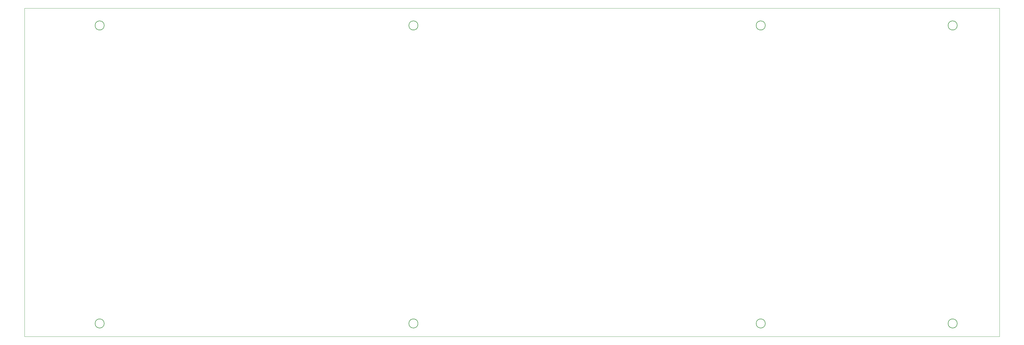
<source format=gbr>
G04 #@! TF.GenerationSoftware,KiCad,Pcbnew,(5.0.1-3-g963ef8bb5)*
G04 #@! TF.CreationDate,2020-08-18T12:47:58+01:00*
G04 #@! TF.ProjectId,ACE-keyboard,4143452D6B6579626F6172642E6B6963,v01*
G04 #@! TF.SameCoordinates,Original*
G04 #@! TF.FileFunction,Profile,NP*
%FSLAX46Y46*%
G04 Gerber Fmt 4.6, Leading zero omitted, Abs format (unit mm)*
G04 Created by KiCad (PCBNEW (5.0.1-3-g963ef8bb5)) date Tuesday, 18 August 2020 at 12:47:58*
%MOMM*%
%LPD*%
G01*
G04 APERTURE LIST*
%ADD10C,0.200000*%
%ADD11C,0.100000*%
G04 APERTURE END LIST*
D10*
X28500000Y-104000000D02*
G75*
G03X28500000Y-104000000I-1500000J0D01*
G01*
X245500000Y-104000000D02*
G75*
G03X245500000Y-104000000I-1500000J0D01*
G01*
X308500000Y-104000000D02*
G75*
G03X308500000Y-104000000I-1500000J0D01*
G01*
X131500000Y-104000000D02*
G75*
G03X131500000Y-104000000I-1500000J0D01*
G01*
X245500000Y-6000000D02*
G75*
G03X245500000Y-6000000I-1500000J0D01*
G01*
X308500000Y-6000000D02*
G75*
G03X308500000Y-6000000I-1500000J0D01*
G01*
X131500000Y-6000000D02*
G75*
G03X131500000Y-6000000I-1500000J0D01*
G01*
X28500000Y-6000000D02*
G75*
G03X28500000Y-6000000I-1500000J0D01*
G01*
D11*
X2349500Y-108331000D02*
X2349500Y-381000D01*
X322389500Y-108331000D02*
X2349500Y-108331000D01*
X322389500Y-381000D02*
X322389500Y-108331000D01*
X2349500Y-381000D02*
X322389500Y-381000D01*
M02*

</source>
